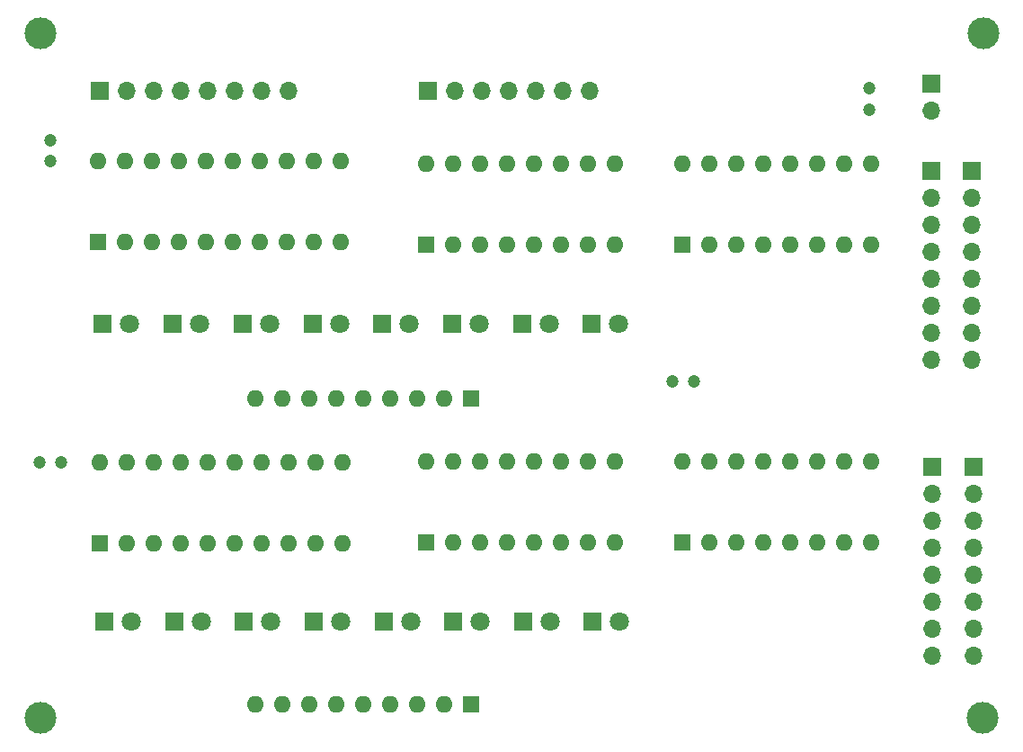
<source format=gbr>
%TF.GenerationSoftware,KiCad,Pcbnew,(5.1.9-0-10_14)*%
%TF.CreationDate,2021-04-27T01:12:58-04:00*%
%TF.ProjectId,REGISTER,52454749-5354-4455-922e-6b696361645f,rev?*%
%TF.SameCoordinates,Original*%
%TF.FileFunction,Soldermask,Bot*%
%TF.FilePolarity,Negative*%
%FSLAX46Y46*%
G04 Gerber Fmt 4.6, Leading zero omitted, Abs format (unit mm)*
G04 Created by KiCad (PCBNEW (5.1.9-0-10_14)) date 2021-04-27 01:12:58*
%MOMM*%
%LPD*%
G01*
G04 APERTURE LIST*
%ADD10O,1.700000X1.700000*%
%ADD11R,1.700000X1.700000*%
%ADD12C,3.000000*%
%ADD13C,1.200000*%
%ADD14O,1.600000X1.600000*%
%ADD15R,1.600000X1.600000*%
%ADD16C,1.800000*%
%ADD17R,1.800000X1.800000*%
G04 APERTURE END LIST*
D10*
%TO.C,J6*%
X122123200Y-87833200D03*
X119583200Y-87833200D03*
X117043200Y-87833200D03*
X114503200Y-87833200D03*
X111963200Y-87833200D03*
X109423200Y-87833200D03*
D11*
X106883200Y-87833200D03*
%TD*%
D12*
%TO.C,REF\u002A\u002A*%
X159194500Y-82410300D03*
%TD*%
%TO.C,REF\u002A\u002A*%
X159156400Y-146837400D03*
%TD*%
%TO.C,REF\u002A\u002A*%
X70421500Y-146812000D03*
%TD*%
%TO.C,REF\u002A\u002A*%
X70383400Y-82397600D03*
%TD*%
D10*
%TO.C,J3*%
X154343100Y-89687400D03*
D11*
X154343100Y-87147400D03*
%TD*%
D13*
%TO.C,C4*%
X129953000Y-115176300D03*
X131953000Y-115176300D03*
%TD*%
%TO.C,C3*%
X148463000Y-89553800D03*
X148463000Y-87553800D03*
%TD*%
%TO.C,C2*%
X70351900Y-122796300D03*
X72351900Y-122796300D03*
%TD*%
%TO.C,C1*%
X71323200Y-92437200D03*
X71323200Y-94437200D03*
%TD*%
D14*
%TO.C,U6*%
X130860800Y-122682000D03*
X148640800Y-130302000D03*
X133400800Y-122682000D03*
X146100800Y-130302000D03*
X135940800Y-122682000D03*
X143560800Y-130302000D03*
X138480800Y-122682000D03*
X141020800Y-130302000D03*
X141020800Y-122682000D03*
X138480800Y-130302000D03*
X143560800Y-122682000D03*
X135940800Y-130302000D03*
X146100800Y-122682000D03*
X133400800Y-130302000D03*
X148640800Y-122682000D03*
D15*
X130860800Y-130302000D03*
%TD*%
D14*
%TO.C,U5*%
X106730800Y-122707400D03*
X124510800Y-130327400D03*
X109270800Y-122707400D03*
X121970800Y-130327400D03*
X111810800Y-122707400D03*
X119430800Y-130327400D03*
X114350800Y-122707400D03*
X116890800Y-130327400D03*
X116890800Y-122707400D03*
X114350800Y-130327400D03*
X119430800Y-122707400D03*
X111810800Y-130327400D03*
X121970800Y-122707400D03*
X109270800Y-130327400D03*
X124510800Y-122707400D03*
D15*
X106730800Y-130327400D03*
%TD*%
D14*
%TO.C,U4*%
X75971400Y-122758200D03*
X98831400Y-130378200D03*
X78511400Y-122758200D03*
X96291400Y-130378200D03*
X81051400Y-122758200D03*
X93751400Y-130378200D03*
X83591400Y-122758200D03*
X91211400Y-130378200D03*
X86131400Y-122758200D03*
X88671400Y-130378200D03*
X88671400Y-122758200D03*
X86131400Y-130378200D03*
X91211400Y-122758200D03*
X83591400Y-130378200D03*
X93751400Y-122758200D03*
X81051400Y-130378200D03*
X96291400Y-122758200D03*
X78511400Y-130378200D03*
X98831400Y-122758200D03*
D15*
X75971400Y-130378200D03*
%TD*%
D14*
%TO.C,U3*%
X130835400Y-94665800D03*
X148615400Y-102285800D03*
X133375400Y-94665800D03*
X146075400Y-102285800D03*
X135915400Y-94665800D03*
X143535400Y-102285800D03*
X138455400Y-94665800D03*
X140995400Y-102285800D03*
X140995400Y-94665800D03*
X138455400Y-102285800D03*
X143535400Y-94665800D03*
X135915400Y-102285800D03*
X146075400Y-94665800D03*
X133375400Y-102285800D03*
X148615400Y-94665800D03*
D15*
X130835400Y-102285800D03*
%TD*%
D14*
%TO.C,U2*%
X106730800Y-94640400D03*
X124510800Y-102260400D03*
X109270800Y-94640400D03*
X121970800Y-102260400D03*
X111810800Y-94640400D03*
X119430800Y-102260400D03*
X114350800Y-94640400D03*
X116890800Y-102260400D03*
X116890800Y-94640400D03*
X114350800Y-102260400D03*
X119430800Y-94640400D03*
X111810800Y-102260400D03*
X121970800Y-94640400D03*
X109270800Y-102260400D03*
X124510800Y-94640400D03*
D15*
X106730800Y-102260400D03*
%TD*%
D14*
%TO.C,U1*%
X75844400Y-94437200D03*
X98704400Y-102057200D03*
X78384400Y-94437200D03*
X96164400Y-102057200D03*
X80924400Y-94437200D03*
X93624400Y-102057200D03*
X83464400Y-94437200D03*
X91084400Y-102057200D03*
X86004400Y-94437200D03*
X88544400Y-102057200D03*
X88544400Y-94437200D03*
X86004400Y-102057200D03*
X91084400Y-94437200D03*
X83464400Y-102057200D03*
X93624400Y-94437200D03*
X80924400Y-102057200D03*
X96164400Y-94437200D03*
X78384400Y-102057200D03*
X98704400Y-94437200D03*
D15*
X75844400Y-102057200D03*
%TD*%
D14*
%TO.C,RN2*%
X90614500Y-145554700D03*
X93154500Y-145554700D03*
X95694500Y-145554700D03*
X98234500Y-145554700D03*
X100774500Y-145554700D03*
X103314500Y-145554700D03*
X105854500Y-145554700D03*
X108394500Y-145554700D03*
D15*
X110934500Y-145554700D03*
%TD*%
D14*
%TO.C,RN1*%
X90601800Y-116738400D03*
X93141800Y-116738400D03*
X95681800Y-116738400D03*
X98221800Y-116738400D03*
X100761800Y-116738400D03*
X103301800Y-116738400D03*
X105841800Y-116738400D03*
X108381800Y-116738400D03*
D15*
X110921800Y-116738400D03*
%TD*%
D10*
%TO.C,J8*%
X154330400Y-113068100D03*
X154330400Y-110528100D03*
X154330400Y-107988100D03*
X154330400Y-105448100D03*
X154330400Y-102908100D03*
X154330400Y-100368100D03*
X154330400Y-97828100D03*
D11*
X154330400Y-95288100D03*
%TD*%
D10*
%TO.C,J7*%
X158115000Y-113068100D03*
X158115000Y-110528100D03*
X158115000Y-107988100D03*
X158115000Y-105448100D03*
X158115000Y-102908100D03*
X158115000Y-100368100D03*
X158115000Y-97828100D03*
D11*
X158115000Y-95288100D03*
%TD*%
D10*
%TO.C,J5*%
X93776800Y-87833200D03*
X91236800Y-87833200D03*
X88696800Y-87833200D03*
X86156800Y-87833200D03*
X83616800Y-87833200D03*
X81076800Y-87833200D03*
X78536800Y-87833200D03*
D11*
X75996800Y-87833200D03*
%TD*%
D10*
%TO.C,J2*%
X154406600Y-140982700D03*
X154406600Y-138442700D03*
X154406600Y-135902700D03*
X154406600Y-133362700D03*
X154406600Y-130822700D03*
X154406600Y-128282700D03*
X154406600Y-125742700D03*
D11*
X154406600Y-123202700D03*
%TD*%
D10*
%TO.C,J1*%
X158242000Y-140982700D03*
X158242000Y-138442700D03*
X158242000Y-135902700D03*
X158242000Y-133362700D03*
X158242000Y-130822700D03*
X158242000Y-128282700D03*
X158242000Y-125742700D03*
D11*
X158242000Y-123202700D03*
%TD*%
D16*
%TO.C,D16*%
X124942600Y-137769600D03*
D17*
X122402600Y-137769600D03*
%TD*%
D16*
%TO.C,D15*%
X118389400Y-137769600D03*
D17*
X115849400Y-137769600D03*
%TD*%
D16*
%TO.C,D14*%
X111836200Y-137769600D03*
D17*
X109296200Y-137769600D03*
%TD*%
D16*
%TO.C,D13*%
X105257600Y-137769600D03*
D17*
X102717600Y-137769600D03*
%TD*%
D16*
%TO.C,D12*%
X98679000Y-137744200D03*
D17*
X96139000Y-137744200D03*
%TD*%
D16*
%TO.C,D11*%
X92100400Y-137744200D03*
D17*
X89560400Y-137744200D03*
%TD*%
D16*
%TO.C,D10*%
X85521800Y-137744200D03*
D17*
X82981800Y-137744200D03*
%TD*%
D16*
%TO.C,D9*%
X78917800Y-137744200D03*
D17*
X76377800Y-137744200D03*
%TD*%
D16*
%TO.C,D8*%
X124866400Y-109753400D03*
D17*
X122326400Y-109753400D03*
%TD*%
D16*
%TO.C,D7*%
X118287800Y-109753400D03*
D17*
X115747800Y-109753400D03*
%TD*%
D16*
%TO.C,D6*%
X111709200Y-109753400D03*
D17*
X109169200Y-109753400D03*
%TD*%
D16*
%TO.C,D5*%
X105130600Y-109753400D03*
D17*
X102590600Y-109753400D03*
%TD*%
D16*
%TO.C,D4*%
X98552000Y-109753400D03*
D17*
X96012000Y-109753400D03*
%TD*%
D16*
%TO.C,D3*%
X91973400Y-109753400D03*
D17*
X89433400Y-109753400D03*
%TD*%
D16*
%TO.C,D2*%
X85394800Y-109753400D03*
D17*
X82854800Y-109753400D03*
%TD*%
D16*
%TO.C,D1*%
X78816200Y-109753400D03*
D17*
X76276200Y-109753400D03*
%TD*%
M02*

</source>
